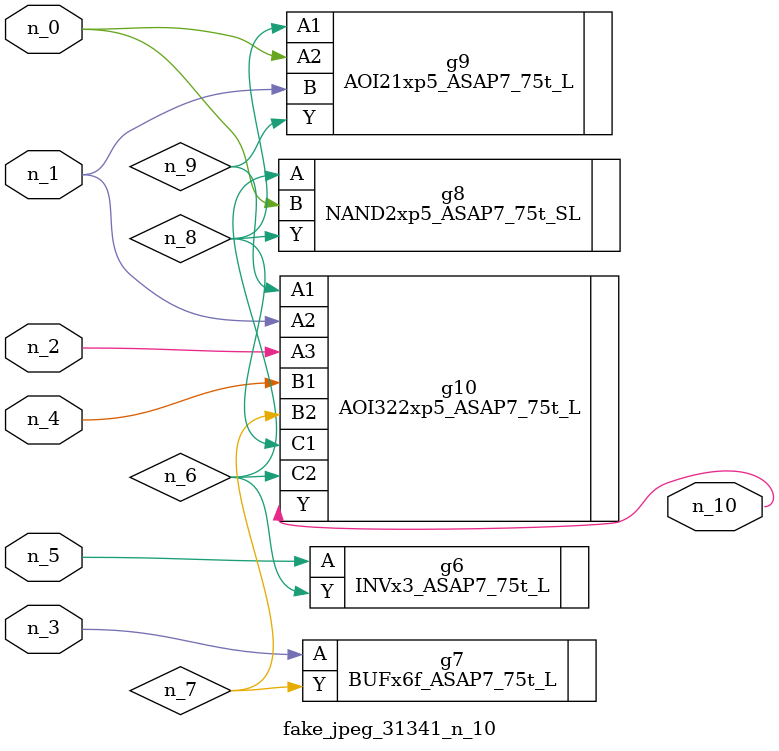
<source format=v>
module fake_jpeg_31341_n_10 (n_3, n_2, n_1, n_0, n_4, n_5, n_10);

input n_3;
input n_2;
input n_1;
input n_0;
input n_4;
input n_5;

output n_10;

wire n_8;
wire n_9;
wire n_6;
wire n_7;

INVx3_ASAP7_75t_L g6 ( 
.A(n_5),
.Y(n_6)
);

BUFx6f_ASAP7_75t_L g7 ( 
.A(n_3),
.Y(n_7)
);

NAND2xp5_ASAP7_75t_SL g8 ( 
.A(n_6),
.B(n_0),
.Y(n_8)
);

AOI21xp5_ASAP7_75t_L g9 ( 
.A1(n_8),
.A2(n_0),
.B(n_1),
.Y(n_9)
);

AOI322xp5_ASAP7_75t_L g10 ( 
.A1(n_9),
.A2(n_1),
.A3(n_2),
.B1(n_4),
.B2(n_7),
.C1(n_8),
.C2(n_6),
.Y(n_10)
);


endmodule
</source>
